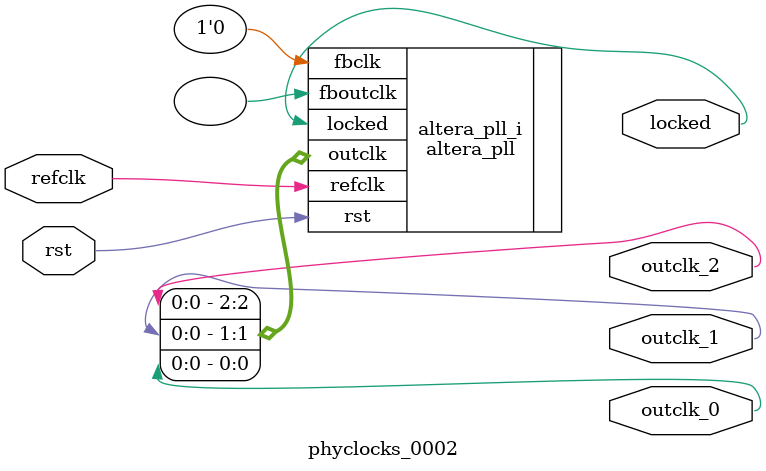
<source format=v>
`timescale 1ns/10ps
module  phyclocks_0002(

	// interface 'refclk'
	input wire refclk,

	// interface 'reset'
	input wire rst,

	// interface 'outclk0'
	output wire outclk_0,

	// interface 'outclk1'
	output wire outclk_1,

	// interface 'outclk2'
	output wire outclk_2,

	// interface 'locked'
	output wire locked
);

	altera_pll #(
		.fractional_vco_multiplier("false"),
		.reference_clock_frequency("50.0 MHz"),
		.operation_mode("direct"),
		.number_of_clocks(3),
		.output_clock_frequency0("25.000000 MHz"),
		.phase_shift0("20000 ps"),
		.duty_cycle0(50),
		.output_clock_frequency1("12.500000 MHz"),
		.phase_shift1("0 ps"),
		.duty_cycle1(50),
		.output_clock_frequency2("2.500000 MHz"),
		.phase_shift2("0 ps"),
		.duty_cycle2(50),
		.output_clock_frequency3("0 MHz"),
		.phase_shift3("0 ps"),
		.duty_cycle3(50),
		.output_clock_frequency4("0 MHz"),
		.phase_shift4("0 ps"),
		.duty_cycle4(50),
		.output_clock_frequency5("0 MHz"),
		.phase_shift5("0 ps"),
		.duty_cycle5(50),
		.output_clock_frequency6("0 MHz"),
		.phase_shift6("0 ps"),
		.duty_cycle6(50),
		.output_clock_frequency7("0 MHz"),
		.phase_shift7("0 ps"),
		.duty_cycle7(50),
		.output_clock_frequency8("0 MHz"),
		.phase_shift8("0 ps"),
		.duty_cycle8(50),
		.output_clock_frequency9("0 MHz"),
		.phase_shift9("0 ps"),
		.duty_cycle9(50),
		.output_clock_frequency10("0 MHz"),
		.phase_shift10("0 ps"),
		.duty_cycle10(50),
		.output_clock_frequency11("0 MHz"),
		.phase_shift11("0 ps"),
		.duty_cycle11(50),
		.output_clock_frequency12("0 MHz"),
		.phase_shift12("0 ps"),
		.duty_cycle12(50),
		.output_clock_frequency13("0 MHz"),
		.phase_shift13("0 ps"),
		.duty_cycle13(50),
		.output_clock_frequency14("0 MHz"),
		.phase_shift14("0 ps"),
		.duty_cycle14(50),
		.output_clock_frequency15("0 MHz"),
		.phase_shift15("0 ps"),
		.duty_cycle15(50),
		.output_clock_frequency16("0 MHz"),
		.phase_shift16("0 ps"),
		.duty_cycle16(50),
		.output_clock_frequency17("0 MHz"),
		.phase_shift17("0 ps"),
		.duty_cycle17(50),
		.pll_type("General"),
		.pll_subtype("General")
	) altera_pll_i (
		.rst	(rst),
		.outclk	({outclk_2, outclk_1, outclk_0}),
		.locked	(locked),
		.fboutclk	( ),
		.fbclk	(1'b0),
		.refclk	(refclk)
	);
endmodule


</source>
